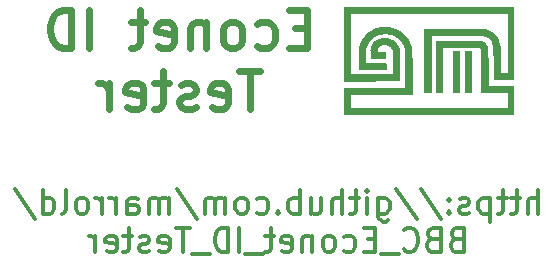
<source format=gbr>
%TF.GenerationSoftware,KiCad,Pcbnew,(6.0.11)*%
%TF.CreationDate,2024-01-05T14:59:19+00:00*%
%TF.ProjectId,EcoIDTesterCaseRear,45636f49-4454-4657-9374-657243617365,rev?*%
%TF.SameCoordinates,Original*%
%TF.FileFunction,Legend,Bot*%
%TF.FilePolarity,Positive*%
%FSLAX46Y46*%
G04 Gerber Fmt 4.6, Leading zero omitted, Abs format (unit mm)*
G04 Created by KiCad (PCBNEW (6.0.11)) date 2024-01-05 14:59:19*
%MOMM*%
%LPD*%
G01*
G04 APERTURE LIST*
%ADD10C,0.300000*%
%ADD11C,0.000000*%
%ADD12C,0.600000*%
G04 APERTURE END LIST*
D10*
X166205000Y-111724761D02*
X166205000Y-109724761D01*
X165347857Y-111724761D02*
X165347857Y-110677142D01*
X165443095Y-110486666D01*
X165633571Y-110391428D01*
X165919285Y-110391428D01*
X166109761Y-110486666D01*
X166205000Y-110581904D01*
X164681190Y-110391428D02*
X163919285Y-110391428D01*
X164395476Y-109724761D02*
X164395476Y-111439047D01*
X164300238Y-111629523D01*
X164109761Y-111724761D01*
X163919285Y-111724761D01*
X163538333Y-110391428D02*
X162776428Y-110391428D01*
X163252619Y-109724761D02*
X163252619Y-111439047D01*
X163157380Y-111629523D01*
X162966904Y-111724761D01*
X162776428Y-111724761D01*
X162109761Y-110391428D02*
X162109761Y-112391428D01*
X162109761Y-110486666D02*
X161919285Y-110391428D01*
X161538333Y-110391428D01*
X161347857Y-110486666D01*
X161252619Y-110581904D01*
X161157380Y-110772380D01*
X161157380Y-111343809D01*
X161252619Y-111534285D01*
X161347857Y-111629523D01*
X161538333Y-111724761D01*
X161919285Y-111724761D01*
X162109761Y-111629523D01*
X160395476Y-111629523D02*
X160205000Y-111724761D01*
X159824047Y-111724761D01*
X159633571Y-111629523D01*
X159538333Y-111439047D01*
X159538333Y-111343809D01*
X159633571Y-111153333D01*
X159824047Y-111058095D01*
X160109761Y-111058095D01*
X160300238Y-110962857D01*
X160395476Y-110772380D01*
X160395476Y-110677142D01*
X160300238Y-110486666D01*
X160109761Y-110391428D01*
X159824047Y-110391428D01*
X159633571Y-110486666D01*
X158681190Y-111534285D02*
X158585952Y-111629523D01*
X158681190Y-111724761D01*
X158776428Y-111629523D01*
X158681190Y-111534285D01*
X158681190Y-111724761D01*
X158681190Y-110486666D02*
X158585952Y-110581904D01*
X158681190Y-110677142D01*
X158776428Y-110581904D01*
X158681190Y-110486666D01*
X158681190Y-110677142D01*
X156300238Y-109629523D02*
X158014523Y-112200952D01*
X154205000Y-109629523D02*
X155919285Y-112200952D01*
X152681190Y-110391428D02*
X152681190Y-112010476D01*
X152776428Y-112200952D01*
X152871666Y-112296190D01*
X153062142Y-112391428D01*
X153347857Y-112391428D01*
X153538333Y-112296190D01*
X152681190Y-111629523D02*
X152871666Y-111724761D01*
X153252619Y-111724761D01*
X153443095Y-111629523D01*
X153538333Y-111534285D01*
X153633571Y-111343809D01*
X153633571Y-110772380D01*
X153538333Y-110581904D01*
X153443095Y-110486666D01*
X153252619Y-110391428D01*
X152871666Y-110391428D01*
X152681190Y-110486666D01*
X151728809Y-111724761D02*
X151728809Y-110391428D01*
X151728809Y-109724761D02*
X151824047Y-109820000D01*
X151728809Y-109915238D01*
X151633571Y-109820000D01*
X151728809Y-109724761D01*
X151728809Y-109915238D01*
X151062142Y-110391428D02*
X150300238Y-110391428D01*
X150776428Y-109724761D02*
X150776428Y-111439047D01*
X150681190Y-111629523D01*
X150490714Y-111724761D01*
X150300238Y-111724761D01*
X149633571Y-111724761D02*
X149633571Y-109724761D01*
X148776428Y-111724761D02*
X148776428Y-110677142D01*
X148871666Y-110486666D01*
X149062142Y-110391428D01*
X149347857Y-110391428D01*
X149538333Y-110486666D01*
X149633571Y-110581904D01*
X146966904Y-110391428D02*
X146966904Y-111724761D01*
X147824047Y-110391428D02*
X147824047Y-111439047D01*
X147728809Y-111629523D01*
X147538333Y-111724761D01*
X147252619Y-111724761D01*
X147062142Y-111629523D01*
X146966904Y-111534285D01*
X146014523Y-111724761D02*
X146014523Y-109724761D01*
X146014523Y-110486666D02*
X145824047Y-110391428D01*
X145443095Y-110391428D01*
X145252619Y-110486666D01*
X145157380Y-110581904D01*
X145062142Y-110772380D01*
X145062142Y-111343809D01*
X145157380Y-111534285D01*
X145252619Y-111629523D01*
X145443095Y-111724761D01*
X145824047Y-111724761D01*
X146014523Y-111629523D01*
X144205000Y-111534285D02*
X144109761Y-111629523D01*
X144205000Y-111724761D01*
X144300238Y-111629523D01*
X144205000Y-111534285D01*
X144205000Y-111724761D01*
X142395476Y-111629523D02*
X142585952Y-111724761D01*
X142966904Y-111724761D01*
X143157380Y-111629523D01*
X143252619Y-111534285D01*
X143347857Y-111343809D01*
X143347857Y-110772380D01*
X143252619Y-110581904D01*
X143157380Y-110486666D01*
X142966904Y-110391428D01*
X142585952Y-110391428D01*
X142395476Y-110486666D01*
X141252619Y-111724761D02*
X141443095Y-111629523D01*
X141538333Y-111534285D01*
X141633571Y-111343809D01*
X141633571Y-110772380D01*
X141538333Y-110581904D01*
X141443095Y-110486666D01*
X141252619Y-110391428D01*
X140966904Y-110391428D01*
X140776428Y-110486666D01*
X140681190Y-110581904D01*
X140585952Y-110772380D01*
X140585952Y-111343809D01*
X140681190Y-111534285D01*
X140776428Y-111629523D01*
X140966904Y-111724761D01*
X141252619Y-111724761D01*
X139728809Y-111724761D02*
X139728809Y-110391428D01*
X139728809Y-110581904D02*
X139633571Y-110486666D01*
X139443095Y-110391428D01*
X139157380Y-110391428D01*
X138966904Y-110486666D01*
X138871666Y-110677142D01*
X138871666Y-111724761D01*
X138871666Y-110677142D02*
X138776428Y-110486666D01*
X138585952Y-110391428D01*
X138300238Y-110391428D01*
X138109761Y-110486666D01*
X138014523Y-110677142D01*
X138014523Y-111724761D01*
X135633571Y-109629523D02*
X137347857Y-112200952D01*
X134966904Y-111724761D02*
X134966904Y-110391428D01*
X134966904Y-110581904D02*
X134871666Y-110486666D01*
X134681190Y-110391428D01*
X134395476Y-110391428D01*
X134205000Y-110486666D01*
X134109761Y-110677142D01*
X134109761Y-111724761D01*
X134109761Y-110677142D02*
X134014523Y-110486666D01*
X133824047Y-110391428D01*
X133538333Y-110391428D01*
X133347857Y-110486666D01*
X133252619Y-110677142D01*
X133252619Y-111724761D01*
X131443095Y-111724761D02*
X131443095Y-110677142D01*
X131538333Y-110486666D01*
X131728809Y-110391428D01*
X132109761Y-110391428D01*
X132300238Y-110486666D01*
X131443095Y-111629523D02*
X131633571Y-111724761D01*
X132109761Y-111724761D01*
X132300238Y-111629523D01*
X132395476Y-111439047D01*
X132395476Y-111248571D01*
X132300238Y-111058095D01*
X132109761Y-110962857D01*
X131633571Y-110962857D01*
X131443095Y-110867619D01*
X130490714Y-111724761D02*
X130490714Y-110391428D01*
X130490714Y-110772380D02*
X130395476Y-110581904D01*
X130300238Y-110486666D01*
X130109761Y-110391428D01*
X129919285Y-110391428D01*
X129252619Y-111724761D02*
X129252619Y-110391428D01*
X129252619Y-110772380D02*
X129157380Y-110581904D01*
X129062142Y-110486666D01*
X128871666Y-110391428D01*
X128681190Y-110391428D01*
X127728809Y-111724761D02*
X127919285Y-111629523D01*
X128014523Y-111534285D01*
X128109761Y-111343809D01*
X128109761Y-110772380D01*
X128014523Y-110581904D01*
X127919285Y-110486666D01*
X127728809Y-110391428D01*
X127443095Y-110391428D01*
X127252619Y-110486666D01*
X127157380Y-110581904D01*
X127062142Y-110772380D01*
X127062142Y-111343809D01*
X127157380Y-111534285D01*
X127252619Y-111629523D01*
X127443095Y-111724761D01*
X127728809Y-111724761D01*
X125919285Y-111724761D02*
X126109761Y-111629523D01*
X126205000Y-111439047D01*
X126205000Y-109724761D01*
X124300238Y-111724761D02*
X124300238Y-109724761D01*
X124300238Y-111629523D02*
X124490714Y-111724761D01*
X124871666Y-111724761D01*
X125062142Y-111629523D01*
X125157380Y-111534285D01*
X125252619Y-111343809D01*
X125252619Y-110772380D01*
X125157380Y-110581904D01*
X125062142Y-110486666D01*
X124871666Y-110391428D01*
X124490714Y-110391428D01*
X124300238Y-110486666D01*
X121919285Y-109629523D02*
X123633571Y-112200952D01*
X159300238Y-113897142D02*
X159014523Y-113992380D01*
X158919285Y-114087619D01*
X158824047Y-114278095D01*
X158824047Y-114563809D01*
X158919285Y-114754285D01*
X159014523Y-114849523D01*
X159205000Y-114944761D01*
X159966904Y-114944761D01*
X159966904Y-112944761D01*
X159300238Y-112944761D01*
X159109761Y-113040000D01*
X159014523Y-113135238D01*
X158919285Y-113325714D01*
X158919285Y-113516190D01*
X159014523Y-113706666D01*
X159109761Y-113801904D01*
X159300238Y-113897142D01*
X159966904Y-113897142D01*
X157300238Y-113897142D02*
X157014523Y-113992380D01*
X156919285Y-114087619D01*
X156824047Y-114278095D01*
X156824047Y-114563809D01*
X156919285Y-114754285D01*
X157014523Y-114849523D01*
X157205000Y-114944761D01*
X157966904Y-114944761D01*
X157966904Y-112944761D01*
X157300238Y-112944761D01*
X157109761Y-113040000D01*
X157014523Y-113135238D01*
X156919285Y-113325714D01*
X156919285Y-113516190D01*
X157014523Y-113706666D01*
X157109761Y-113801904D01*
X157300238Y-113897142D01*
X157966904Y-113897142D01*
X154824047Y-114754285D02*
X154919285Y-114849523D01*
X155205000Y-114944761D01*
X155395476Y-114944761D01*
X155681190Y-114849523D01*
X155871666Y-114659047D01*
X155966904Y-114468571D01*
X156062142Y-114087619D01*
X156062142Y-113801904D01*
X155966904Y-113420952D01*
X155871666Y-113230476D01*
X155681190Y-113040000D01*
X155395476Y-112944761D01*
X155205000Y-112944761D01*
X154919285Y-113040000D01*
X154824047Y-113135238D01*
X154443095Y-115135238D02*
X152919285Y-115135238D01*
X152443095Y-113897142D02*
X151776428Y-113897142D01*
X151490714Y-114944761D02*
X152443095Y-114944761D01*
X152443095Y-112944761D01*
X151490714Y-112944761D01*
X149776428Y-114849523D02*
X149966904Y-114944761D01*
X150347857Y-114944761D01*
X150538333Y-114849523D01*
X150633571Y-114754285D01*
X150728809Y-114563809D01*
X150728809Y-113992380D01*
X150633571Y-113801904D01*
X150538333Y-113706666D01*
X150347857Y-113611428D01*
X149966904Y-113611428D01*
X149776428Y-113706666D01*
X148633571Y-114944761D02*
X148824047Y-114849523D01*
X148919285Y-114754285D01*
X149014523Y-114563809D01*
X149014523Y-113992380D01*
X148919285Y-113801904D01*
X148824047Y-113706666D01*
X148633571Y-113611428D01*
X148347857Y-113611428D01*
X148157380Y-113706666D01*
X148062142Y-113801904D01*
X147966904Y-113992380D01*
X147966904Y-114563809D01*
X148062142Y-114754285D01*
X148157380Y-114849523D01*
X148347857Y-114944761D01*
X148633571Y-114944761D01*
X147109761Y-113611428D02*
X147109761Y-114944761D01*
X147109761Y-113801904D02*
X147014523Y-113706666D01*
X146824047Y-113611428D01*
X146538333Y-113611428D01*
X146347857Y-113706666D01*
X146252619Y-113897142D01*
X146252619Y-114944761D01*
X144538333Y-114849523D02*
X144728809Y-114944761D01*
X145109761Y-114944761D01*
X145300238Y-114849523D01*
X145395476Y-114659047D01*
X145395476Y-113897142D01*
X145300238Y-113706666D01*
X145109761Y-113611428D01*
X144728809Y-113611428D01*
X144538333Y-113706666D01*
X144443095Y-113897142D01*
X144443095Y-114087619D01*
X145395476Y-114278095D01*
X143871666Y-113611428D02*
X143109761Y-113611428D01*
X143585952Y-112944761D02*
X143585952Y-114659047D01*
X143490714Y-114849523D01*
X143300238Y-114944761D01*
X143109761Y-114944761D01*
X142919285Y-115135238D02*
X141395476Y-115135238D01*
X140919285Y-114944761D02*
X140919285Y-112944761D01*
X139966904Y-114944761D02*
X139966904Y-112944761D01*
X139490714Y-112944761D01*
X139205000Y-113040000D01*
X139014523Y-113230476D01*
X138919285Y-113420952D01*
X138824047Y-113801904D01*
X138824047Y-114087619D01*
X138919285Y-114468571D01*
X139014523Y-114659047D01*
X139205000Y-114849523D01*
X139490714Y-114944761D01*
X139966904Y-114944761D01*
X138443095Y-115135238D02*
X136919285Y-115135238D01*
X136728809Y-112944761D02*
X135585952Y-112944761D01*
X136157380Y-114944761D02*
X136157380Y-112944761D01*
X134157380Y-114849523D02*
X134347857Y-114944761D01*
X134728809Y-114944761D01*
X134919285Y-114849523D01*
X135014523Y-114659047D01*
X135014523Y-113897142D01*
X134919285Y-113706666D01*
X134728809Y-113611428D01*
X134347857Y-113611428D01*
X134157380Y-113706666D01*
X134062142Y-113897142D01*
X134062142Y-114087619D01*
X135014523Y-114278095D01*
X133300238Y-114849523D02*
X133109761Y-114944761D01*
X132728809Y-114944761D01*
X132538333Y-114849523D01*
X132443095Y-114659047D01*
X132443095Y-114563809D01*
X132538333Y-114373333D01*
X132728809Y-114278095D01*
X133014523Y-114278095D01*
X133205000Y-114182857D01*
X133300238Y-113992380D01*
X133300238Y-113897142D01*
X133205000Y-113706666D01*
X133014523Y-113611428D01*
X132728809Y-113611428D01*
X132538333Y-113706666D01*
X131871666Y-113611428D02*
X131109761Y-113611428D01*
X131585952Y-112944761D02*
X131585952Y-114659047D01*
X131490714Y-114849523D01*
X131300238Y-114944761D01*
X131109761Y-114944761D01*
X129681190Y-114849523D02*
X129871666Y-114944761D01*
X130252619Y-114944761D01*
X130443095Y-114849523D01*
X130538333Y-114659047D01*
X130538333Y-113897142D01*
X130443095Y-113706666D01*
X130252619Y-113611428D01*
X129871666Y-113611428D01*
X129681190Y-113706666D01*
X129585952Y-113897142D01*
X129585952Y-114087619D01*
X130538333Y-114278095D01*
X128728809Y-114944761D02*
X128728809Y-113611428D01*
X128728809Y-113992380D02*
X128633571Y-113801904D01*
X128538333Y-113706666D01*
X128347857Y-113611428D01*
X128157380Y-113611428D01*
D11*
G36*
X153298736Y-95908407D02*
G01*
X153376965Y-95911010D01*
X153454686Y-95915718D01*
X153531755Y-95922477D01*
X153608022Y-95931232D01*
X153683344Y-95941931D01*
X153757572Y-95954518D01*
X153830561Y-95968941D01*
X153902163Y-95985145D01*
X153971983Y-96004571D01*
X154041430Y-96026205D01*
X154110307Y-96050096D01*
X154178417Y-96076289D01*
X154245563Y-96104832D01*
X154311546Y-96135772D01*
X154376170Y-96169155D01*
X154407911Y-96186778D01*
X154439237Y-96205029D01*
X154476508Y-96224182D01*
X154512894Y-96244562D01*
X154548466Y-96266070D01*
X154583295Y-96288608D01*
X154617453Y-96312077D01*
X154651010Y-96336379D01*
X154684037Y-96361415D01*
X154716604Y-96387088D01*
X154780646Y-96439947D01*
X154843702Y-96494170D01*
X154969127Y-96603558D01*
X155011359Y-96650268D01*
X155052349Y-96698438D01*
X155092171Y-96747851D01*
X155130899Y-96798287D01*
X155168607Y-96849530D01*
X155205368Y-96901360D01*
X155241255Y-96953559D01*
X155276343Y-97005911D01*
X155304746Y-97057677D01*
X155331749Y-97110090D01*
X155357380Y-97163119D01*
X155381666Y-97216730D01*
X155404634Y-97270889D01*
X155426310Y-97325564D01*
X155446721Y-97380721D01*
X155465894Y-97436328D01*
X155483856Y-97492352D01*
X155500634Y-97548759D01*
X155516253Y-97605516D01*
X155530742Y-97662591D01*
X155556435Y-97777560D01*
X155577926Y-97893402D01*
X155588185Y-99200562D01*
X155594050Y-100508178D01*
X155596375Y-101005044D01*
X155597098Y-101157907D01*
X155595307Y-101190207D01*
X155594765Y-101222733D01*
X155596262Y-101288252D01*
X155599251Y-101354041D01*
X155601393Y-101419678D01*
X155601416Y-101452307D01*
X155600350Y-101484739D01*
X155597903Y-101516921D01*
X155593783Y-101548801D01*
X155587698Y-101580326D01*
X155579354Y-101611443D01*
X155568460Y-101642099D01*
X155561966Y-101657237D01*
X155554724Y-101672241D01*
X150332718Y-101683868D01*
X150332718Y-102765765D01*
X163648287Y-102765765D01*
X163648287Y-101484552D01*
X161438034Y-101499383D01*
X161412558Y-101473959D01*
X161387081Y-101448483D01*
X161386719Y-100941329D01*
X161386410Y-100458361D01*
X161385893Y-99666162D01*
X161384652Y-97883844D01*
X161380789Y-97842320D01*
X161379743Y-97833244D01*
X161378482Y-97824506D01*
X161376914Y-97816012D01*
X161374949Y-97807672D01*
X161372495Y-97799392D01*
X161369461Y-97791080D01*
X161365756Y-97782645D01*
X161361287Y-97773993D01*
X161355965Y-97765032D01*
X161349696Y-97755670D01*
X161342391Y-97745816D01*
X161333958Y-97735375D01*
X158188362Y-97735375D01*
X158182936Y-99621511D01*
X158180455Y-100485955D01*
X158179060Y-100976623D01*
X158177510Y-101507650D01*
X158151051Y-101524392D01*
X158124592Y-101541137D01*
X157868484Y-101541448D01*
X157612376Y-101541809D01*
X157586848Y-101516384D01*
X157561371Y-101490908D01*
X157561371Y-97176907D01*
X157574239Y-97143368D01*
X157587158Y-97109832D01*
X159524301Y-97110763D01*
X161461444Y-97111691D01*
X161540973Y-97140011D01*
X161620452Y-97168276D01*
X161671612Y-97201715D01*
X161676730Y-97204369D01*
X161681715Y-97207150D01*
X161691309Y-97213074D01*
X161700437Y-97219448D01*
X161709144Y-97226236D01*
X161717473Y-97233398D01*
X161725467Y-97240899D01*
X161733171Y-97248699D01*
X161740628Y-97256762D01*
X161747883Y-97265050D01*
X161754979Y-97273525D01*
X161768869Y-97290887D01*
X161782649Y-97308546D01*
X161796669Y-97326202D01*
X161870617Y-97417254D01*
X161903226Y-97481491D01*
X161935885Y-97545724D01*
X161972575Y-97672381D01*
X162009317Y-97798989D01*
X162018981Y-99341735D01*
X162025957Y-100452883D01*
X162028644Y-100884432D01*
X164190476Y-100910479D01*
X164190476Y-103342785D01*
X149790477Y-103342785D01*
X149790477Y-101068917D01*
X154947939Y-101046853D01*
X154948094Y-101012179D01*
X154950265Y-100513708D01*
X154960962Y-98066259D01*
X154951378Y-97980416D01*
X154938605Y-97894720D01*
X154922406Y-97809489D01*
X154912949Y-97767147D01*
X154902545Y-97725040D01*
X154891168Y-97683209D01*
X154878786Y-97641693D01*
X154865370Y-97600532D01*
X154850890Y-97559766D01*
X154835318Y-97519434D01*
X154818623Y-97479576D01*
X154800777Y-97440233D01*
X154781748Y-97401443D01*
X154765801Y-97371160D01*
X154749013Y-97341510D01*
X154731430Y-97312460D01*
X154713095Y-97283974D01*
X154694054Y-97256021D01*
X154674352Y-97228566D01*
X154654033Y-97201574D01*
X154633142Y-97175014D01*
X154611725Y-97148850D01*
X154589825Y-97123049D01*
X154544758Y-97072400D01*
X154498301Y-97022799D01*
X154450812Y-96973974D01*
X154412874Y-96941588D01*
X154374136Y-96909939D01*
X154334609Y-96879112D01*
X154294301Y-96849195D01*
X154253225Y-96820274D01*
X154211390Y-96792436D01*
X154168807Y-96765768D01*
X154125486Y-96740356D01*
X154081437Y-96716288D01*
X154036671Y-96693649D01*
X153991199Y-96672528D01*
X153945029Y-96653009D01*
X153898174Y-96635181D01*
X153850642Y-96619130D01*
X153802445Y-96604943D01*
X153753593Y-96592706D01*
X153683042Y-96573089D01*
X153612335Y-96557254D01*
X153541550Y-96545019D01*
X153470763Y-96536204D01*
X153400051Y-96530628D01*
X153329491Y-96528110D01*
X153259160Y-96528471D01*
X153189133Y-96531529D01*
X153119489Y-96537103D01*
X153050303Y-96545013D01*
X152981652Y-96555079D01*
X152913613Y-96567119D01*
X152846263Y-96580953D01*
X152779679Y-96596400D01*
X152649113Y-96631411D01*
X152598153Y-96651426D01*
X152547404Y-96672981D01*
X152497101Y-96696126D01*
X152447482Y-96720906D01*
X152398781Y-96747371D01*
X152351236Y-96775567D01*
X152327971Y-96790329D01*
X152305084Y-96805542D01*
X152282603Y-96821212D01*
X152260559Y-96837344D01*
X152222895Y-96866047D01*
X152186325Y-96895938D01*
X152150848Y-96926972D01*
X152116459Y-96959108D01*
X152083159Y-96992303D01*
X152050943Y-97026514D01*
X152019810Y-97061698D01*
X151989758Y-97097814D01*
X151960784Y-97134818D01*
X151932887Y-97172668D01*
X151906063Y-97211320D01*
X151880312Y-97250733D01*
X151855629Y-97290864D01*
X151832014Y-97331670D01*
X151809464Y-97373108D01*
X151787977Y-97415136D01*
X151744763Y-97530680D01*
X151723414Y-97589008D01*
X151703385Y-97647809D01*
X151694134Y-97677411D01*
X151685535Y-97707159D01*
X151677697Y-97737064D01*
X151670726Y-97767135D01*
X151664730Y-97797381D01*
X151659817Y-97827812D01*
X151656094Y-97858437D01*
X151653670Y-97889266D01*
X151644764Y-97956439D01*
X151637592Y-98023678D01*
X151627829Y-98158332D01*
X151623140Y-98293181D01*
X151622283Y-98428178D01*
X151632329Y-98968685D01*
X153068002Y-98978091D01*
X153087105Y-98980584D01*
X153106716Y-98981684D01*
X153126725Y-98981690D01*
X153147026Y-98980898D01*
X153228975Y-98975678D01*
X153249108Y-98975344D01*
X153268881Y-98975991D01*
X153288188Y-98977917D01*
X153306919Y-98981418D01*
X153316035Y-98983852D01*
X153324967Y-98986790D01*
X153333701Y-98990271D01*
X153342223Y-98994331D01*
X153350521Y-98999007D01*
X153358579Y-99004337D01*
X153366386Y-99010357D01*
X153373927Y-99017105D01*
X153378492Y-99035010D01*
X153381987Y-99053417D01*
X153384533Y-99072270D01*
X153386250Y-99091510D01*
X153387256Y-99111084D01*
X153387673Y-99130934D01*
X153387217Y-99171239D01*
X153384497Y-99252694D01*
X153384151Y-99292946D01*
X153384652Y-99312756D01*
X153385760Y-99332281D01*
X153383704Y-99349409D01*
X153383035Y-99367187D01*
X153383410Y-99385454D01*
X153384490Y-99404050D01*
X153387390Y-99441589D01*
X153388527Y-99460211D01*
X153389000Y-99478523D01*
X153388466Y-99496363D01*
X153386584Y-99513571D01*
X153385031Y-99521888D01*
X153383012Y-99529987D01*
X153380486Y-99537849D01*
X153377408Y-99545452D01*
X153373737Y-99552777D01*
X153369430Y-99559804D01*
X153364444Y-99566514D01*
X153358736Y-99572885D01*
X153352263Y-99578898D01*
X153344984Y-99584533D01*
X153336854Y-99589770D01*
X153327832Y-99594589D01*
X151015930Y-99583636D01*
X151015930Y-97911901D01*
X151026098Y-97835233D01*
X151038760Y-97758729D01*
X151053817Y-97682494D01*
X151071170Y-97606634D01*
X151090720Y-97531253D01*
X151112366Y-97456458D01*
X151136011Y-97382354D01*
X151161555Y-97309045D01*
X151204654Y-97208226D01*
X151251213Y-97108408D01*
X151275941Y-97059105D01*
X151301717Y-97010330D01*
X151328602Y-96962174D01*
X151356655Y-96914731D01*
X151385938Y-96868093D01*
X151416512Y-96822353D01*
X151448438Y-96777602D01*
X151481776Y-96733933D01*
X151516587Y-96691440D01*
X151552933Y-96650213D01*
X151590873Y-96610347D01*
X151630469Y-96571933D01*
X151653660Y-96546312D01*
X151677291Y-96521223D01*
X151701358Y-96496661D01*
X151725860Y-96472623D01*
X151750794Y-96449108D01*
X151776157Y-96426112D01*
X151801949Y-96403633D01*
X151828165Y-96381667D01*
X151854804Y-96360212D01*
X151881864Y-96339265D01*
X151909342Y-96318824D01*
X151937236Y-96298885D01*
X151965543Y-96279446D01*
X151994262Y-96260504D01*
X152023389Y-96242056D01*
X152052923Y-96224099D01*
X152126566Y-96183870D01*
X152201009Y-96144797D01*
X152276390Y-96107508D01*
X152352850Y-96072635D01*
X152391528Y-96056301D01*
X152430528Y-96040808D01*
X152469867Y-96026233D01*
X152509563Y-96012656D01*
X152549634Y-96000156D01*
X152590096Y-95988811D01*
X152630967Y-95978701D01*
X152672265Y-95969903D01*
X152749268Y-95953700D01*
X152826937Y-95940039D01*
X152905126Y-95928867D01*
X152983689Y-95920128D01*
X153062478Y-95913768D01*
X153141346Y-95909731D01*
X153220148Y-95907962D01*
X153298736Y-95908407D01*
G37*
G36*
X164190476Y-100434280D02*
G01*
X163325204Y-100439342D01*
X162459936Y-100440069D01*
X162447843Y-99048837D01*
X162435234Y-97692999D01*
X162389397Y-97502160D01*
X162343509Y-97311267D01*
X162279533Y-97181094D01*
X162215558Y-97050817D01*
X162132669Y-96968081D01*
X162049780Y-96885400D01*
X161943171Y-96827523D01*
X161836563Y-96769645D01*
X161507797Y-96685723D01*
X157200050Y-96685723D01*
X157200050Y-101490908D01*
X157174522Y-101516384D01*
X157149045Y-101541809D01*
X156634658Y-101541809D01*
X156609181Y-101516384D01*
X156583705Y-101490908D01*
X156583705Y-96097180D01*
X156613264Y-96072688D01*
X156642824Y-96048243D01*
X159126547Y-96055064D01*
X161610220Y-96061886D01*
X161774603Y-96107981D01*
X161938986Y-96154075D01*
X162099751Y-96220843D01*
X162141074Y-96236986D01*
X162182080Y-96254952D01*
X162222663Y-96274620D01*
X162262721Y-96295865D01*
X162302149Y-96318565D01*
X162340845Y-96342596D01*
X162378704Y-96367836D01*
X162415623Y-96394162D01*
X162451497Y-96421450D01*
X162486224Y-96449578D01*
X162519700Y-96478423D01*
X162551820Y-96507861D01*
X162582482Y-96537769D01*
X162611581Y-96568025D01*
X162639014Y-96598505D01*
X162664678Y-96629086D01*
X162678363Y-96643154D01*
X162691358Y-96657518D01*
X162703711Y-96672167D01*
X162715473Y-96687090D01*
X162726691Y-96702277D01*
X162737416Y-96717716D01*
X162747697Y-96733395D01*
X162757583Y-96749305D01*
X162767124Y-96765434D01*
X162776369Y-96781771D01*
X162794169Y-96815024D01*
X162811377Y-96848977D01*
X162828389Y-96883541D01*
X162892519Y-97014385D01*
X162937478Y-97152258D01*
X162982540Y-97290078D01*
X163017525Y-97470327D01*
X163052509Y-97650573D01*
X163064653Y-98721466D01*
X163076745Y-99792355D01*
X163648287Y-99793957D01*
X163648287Y-94824234D01*
X150332718Y-94824234D01*
X150332718Y-99923202D01*
X153940713Y-99912606D01*
X153928674Y-98088687D01*
X153930602Y-98076743D01*
X153932005Y-98064914D01*
X153932902Y-98053195D01*
X153933314Y-98041582D01*
X153932770Y-98018654D01*
X153930537Y-97996095D01*
X153926783Y-97973867D01*
X153921674Y-97951935D01*
X153915376Y-97930262D01*
X153908056Y-97908813D01*
X153899880Y-97887551D01*
X153891014Y-97866439D01*
X153871880Y-97824523D01*
X153851984Y-97782775D01*
X153832658Y-97740905D01*
X153794884Y-97701687D01*
X153756129Y-97662575D01*
X153736251Y-97643394D01*
X153715971Y-97624642D01*
X153695235Y-97606453D01*
X153673991Y-97588962D01*
X153652186Y-97572301D01*
X153629768Y-97556606D01*
X153606685Y-97542011D01*
X153582884Y-97528649D01*
X153558313Y-97516655D01*
X153545721Y-97511213D01*
X153532918Y-97506163D01*
X153519895Y-97501522D01*
X153506648Y-97497307D01*
X153493168Y-97493535D01*
X153479449Y-97490222D01*
X153458364Y-97481958D01*
X153436085Y-97474695D01*
X153388360Y-97463113D01*
X153337095Y-97455361D01*
X153283113Y-97451326D01*
X153227234Y-97450891D01*
X153170281Y-97453942D01*
X153113076Y-97460365D01*
X153056440Y-97470044D01*
X153001194Y-97482865D01*
X152948161Y-97498713D01*
X152898163Y-97517472D01*
X152852020Y-97539030D01*
X152810555Y-97563270D01*
X152791833Y-97576360D01*
X152774589Y-97590077D01*
X152758925Y-97604408D01*
X152744944Y-97619338D01*
X152732749Y-97634852D01*
X152722442Y-97650936D01*
X152713708Y-97659854D01*
X152705803Y-97669026D01*
X152698691Y-97678441D01*
X152692331Y-97688087D01*
X152686686Y-97697952D01*
X152681716Y-97708024D01*
X152677384Y-97718291D01*
X152673650Y-97728742D01*
X152670476Y-97739365D01*
X152667823Y-97750147D01*
X152663926Y-97772144D01*
X152661650Y-97794638D01*
X152660687Y-97817535D01*
X152660726Y-97840739D01*
X152661459Y-97864156D01*
X152663770Y-97911252D01*
X152664730Y-97934740D01*
X152665147Y-97958063D01*
X152664712Y-97981125D01*
X152663116Y-98003833D01*
X153338684Y-98003833D01*
X153343133Y-98013609D01*
X153347113Y-98023473D01*
X153353755Y-98043444D01*
X153358801Y-98063710D01*
X153362436Y-98084237D01*
X153364850Y-98104989D01*
X153366230Y-98125932D01*
X153366764Y-98147032D01*
X153366640Y-98168254D01*
X153363325Y-98253660D01*
X153362731Y-98274968D01*
X153362607Y-98296189D01*
X153363142Y-98317289D01*
X153364522Y-98338232D01*
X153362297Y-98356166D01*
X153361497Y-98374690D01*
X153361789Y-98393665D01*
X153362839Y-98412954D01*
X153365885Y-98451925D01*
X153367215Y-98471331D01*
X153367973Y-98490501D01*
X153367826Y-98509297D01*
X153366442Y-98527581D01*
X153365182Y-98536488D01*
X153363487Y-98545216D01*
X153361317Y-98553747D01*
X153358630Y-98562065D01*
X153355384Y-98570151D01*
X153351537Y-98577989D01*
X153347048Y-98585561D01*
X153341875Y-98592851D01*
X153335977Y-98599840D01*
X153329313Y-98606513D01*
X153321839Y-98612851D01*
X153313516Y-98618838D01*
X152253686Y-98618838D01*
X152238218Y-98617321D01*
X152222028Y-98617004D01*
X152205317Y-98617551D01*
X152188289Y-98618627D01*
X152154088Y-98621017D01*
X152137319Y-98621659D01*
X152121041Y-98621484D01*
X152105455Y-98620155D01*
X152097985Y-98618953D01*
X152090763Y-98617337D01*
X152083816Y-98615264D01*
X152077169Y-98612693D01*
X152070846Y-98609581D01*
X152064873Y-98605886D01*
X152059275Y-98601567D01*
X152054077Y-98596581D01*
X152049305Y-98590886D01*
X152044985Y-98584441D01*
X152041140Y-98577203D01*
X152037797Y-98569130D01*
X152034981Y-98560180D01*
X152032716Y-98550311D01*
X152027718Y-98481045D01*
X152025095Y-98411185D01*
X152024245Y-98340880D01*
X152024567Y-98270281D01*
X152026318Y-98128807D01*
X152026544Y-98058233D01*
X152025534Y-97987969D01*
X152023799Y-97959205D01*
X152022772Y-97930530D01*
X152022454Y-97901946D01*
X152022845Y-97873451D01*
X152023944Y-97845048D01*
X152025752Y-97816735D01*
X152028269Y-97788512D01*
X152031495Y-97760380D01*
X152035430Y-97732338D01*
X152040074Y-97704387D01*
X152045428Y-97676528D01*
X152051492Y-97648758D01*
X152058265Y-97621080D01*
X152065747Y-97593493D01*
X152073940Y-97565997D01*
X152082843Y-97538592D01*
X152127874Y-97439635D01*
X152151507Y-97389992D01*
X152163985Y-97365517D01*
X152177051Y-97341420D01*
X152190814Y-97317813D01*
X152205383Y-97294806D01*
X152220867Y-97272509D01*
X152237377Y-97251034D01*
X152255020Y-97230492D01*
X152273908Y-97210992D01*
X152294148Y-97192646D01*
X152315851Y-97175564D01*
X152358261Y-97135592D01*
X152403058Y-97098492D01*
X152450075Y-97064215D01*
X152499142Y-97032713D01*
X152550092Y-97003937D01*
X152602755Y-96977838D01*
X152656962Y-96954368D01*
X152712547Y-96933477D01*
X152769339Y-96915117D01*
X152827170Y-96899239D01*
X152945277Y-96874735D01*
X153065520Y-96859574D01*
X153186549Y-96853367D01*
X153307017Y-96855724D01*
X153425575Y-96866254D01*
X153540876Y-96884567D01*
X153651571Y-96910275D01*
X153756312Y-96942985D01*
X153853751Y-96982309D01*
X153942539Y-97027857D01*
X153983268Y-97052843D01*
X154021329Y-97079238D01*
X154035553Y-97086689D01*
X154049433Y-97094533D01*
X154076209Y-97111340D01*
X154101763Y-97129531D01*
X154126199Y-97148982D01*
X154149619Y-97169567D01*
X154172130Y-97191159D01*
X154193836Y-97213634D01*
X154214840Y-97236864D01*
X154235247Y-97260725D01*
X154255161Y-97285090D01*
X154293930Y-97334831D01*
X154370145Y-97434826D01*
X154388831Y-97463309D01*
X154405954Y-97492408D01*
X154421639Y-97522074D01*
X154436009Y-97552258D01*
X154449190Y-97582911D01*
X154461306Y-97613985D01*
X154472481Y-97645429D01*
X154482839Y-97677194D01*
X154501602Y-97741495D01*
X154518590Y-97806495D01*
X154551220Y-97937017D01*
X154552559Y-98581564D01*
X154550100Y-99226581D01*
X154544088Y-100516757D01*
X153232848Y-100524861D01*
X151709326Y-100541558D01*
X150684566Y-100552312D01*
X149790477Y-100558044D01*
X149790477Y-94247216D01*
X164190476Y-94247216D01*
X164190476Y-100434280D01*
G37*
G36*
X160288698Y-97937429D02*
G01*
X160526307Y-97938052D01*
X160563514Y-97959701D01*
X160563514Y-97959753D01*
X160600669Y-97981304D01*
X160600669Y-101516024D01*
X160567080Y-101528939D01*
X160533438Y-101541757D01*
X160035329Y-101541757D01*
X160009801Y-101516333D01*
X159984324Y-101490908D01*
X159984324Y-98003472D01*
X160017708Y-97970141D01*
X160051091Y-97936810D01*
X160288698Y-97937429D01*
G37*
G36*
X159318731Y-97937429D02*
G01*
X159548588Y-97938052D01*
X159585795Y-97959753D01*
X159623002Y-97981304D01*
X159623002Y-101490908D01*
X159597474Y-101516333D01*
X159571998Y-101541757D01*
X159057663Y-101541757D01*
X159032135Y-101516333D01*
X159006659Y-101490908D01*
X159006659Y-97980734D01*
X159047741Y-97958773D01*
X159088823Y-97936810D01*
X159318731Y-97937429D01*
G37*
D12*
X146669524Y-95990428D02*
X145602857Y-95990428D01*
X145145715Y-97666619D02*
X146669524Y-97666619D01*
X146669524Y-94466619D01*
X145145715Y-94466619D01*
X142402857Y-97514238D02*
X142707619Y-97666619D01*
X143317143Y-97666619D01*
X143621905Y-97514238D01*
X143774286Y-97361857D01*
X143926667Y-97057095D01*
X143926667Y-96142809D01*
X143774286Y-95838047D01*
X143621905Y-95685666D01*
X143317143Y-95533285D01*
X142707619Y-95533285D01*
X142402857Y-95685666D01*
X140574286Y-97666619D02*
X140879048Y-97514238D01*
X141031429Y-97361857D01*
X141183810Y-97057095D01*
X141183810Y-96142809D01*
X141031429Y-95838047D01*
X140879048Y-95685666D01*
X140574286Y-95533285D01*
X140117143Y-95533285D01*
X139812381Y-95685666D01*
X139660000Y-95838047D01*
X139507619Y-96142809D01*
X139507619Y-97057095D01*
X139660000Y-97361857D01*
X139812381Y-97514238D01*
X140117143Y-97666619D01*
X140574286Y-97666619D01*
X138136191Y-95533285D02*
X138136191Y-97666619D01*
X138136191Y-95838047D02*
X137983810Y-95685666D01*
X137679048Y-95533285D01*
X137221905Y-95533285D01*
X136917143Y-95685666D01*
X136764762Y-95990428D01*
X136764762Y-97666619D01*
X134021905Y-97514238D02*
X134326667Y-97666619D01*
X134936191Y-97666619D01*
X135240953Y-97514238D01*
X135393334Y-97209476D01*
X135393334Y-95990428D01*
X135240953Y-95685666D01*
X134936191Y-95533285D01*
X134326667Y-95533285D01*
X134021905Y-95685666D01*
X133869524Y-95990428D01*
X133869524Y-96295190D01*
X135393334Y-96599952D01*
X132955238Y-95533285D02*
X131736191Y-95533285D01*
X132498096Y-94466619D02*
X132498096Y-97209476D01*
X132345715Y-97514238D01*
X132040953Y-97666619D01*
X131736191Y-97666619D01*
X128231429Y-97666619D02*
X128231429Y-94466619D01*
X126707619Y-97666619D02*
X126707619Y-94466619D01*
X125945715Y-94466619D01*
X125488572Y-94619000D01*
X125183810Y-94923761D01*
X125031429Y-95228523D01*
X124879048Y-95838047D01*
X124879048Y-96295190D01*
X125031429Y-96904714D01*
X125183810Y-97209476D01*
X125488572Y-97514238D01*
X125945715Y-97666619D01*
X126707619Y-97666619D01*
X142707619Y-99618619D02*
X140879048Y-99618619D01*
X141793334Y-102818619D02*
X141793334Y-99618619D01*
X138593334Y-102666238D02*
X138898096Y-102818619D01*
X139507619Y-102818619D01*
X139812381Y-102666238D01*
X139964762Y-102361476D01*
X139964762Y-101142428D01*
X139812381Y-100837666D01*
X139507619Y-100685285D01*
X138898096Y-100685285D01*
X138593334Y-100837666D01*
X138440953Y-101142428D01*
X138440953Y-101447190D01*
X139964762Y-101751952D01*
X137221905Y-102666238D02*
X136917143Y-102818619D01*
X136307619Y-102818619D01*
X136002857Y-102666238D01*
X135850477Y-102361476D01*
X135850477Y-102209095D01*
X136002857Y-101904333D01*
X136307619Y-101751952D01*
X136764762Y-101751952D01*
X137069524Y-101599571D01*
X137221905Y-101294809D01*
X137221905Y-101142428D01*
X137069524Y-100837666D01*
X136764762Y-100685285D01*
X136307619Y-100685285D01*
X136002857Y-100837666D01*
X134936191Y-100685285D02*
X133717143Y-100685285D01*
X134479048Y-99618619D02*
X134479048Y-102361476D01*
X134326667Y-102666238D01*
X134021905Y-102818619D01*
X133717143Y-102818619D01*
X131431429Y-102666238D02*
X131736191Y-102818619D01*
X132345715Y-102818619D01*
X132650477Y-102666238D01*
X132802857Y-102361476D01*
X132802857Y-101142428D01*
X132650477Y-100837666D01*
X132345715Y-100685285D01*
X131736191Y-100685285D01*
X131431429Y-100837666D01*
X131279048Y-101142428D01*
X131279048Y-101447190D01*
X132802857Y-101751952D01*
X129907619Y-102818619D02*
X129907619Y-100685285D01*
X129907619Y-101294809D02*
X129755238Y-100990047D01*
X129602857Y-100837666D01*
X129298096Y-100685285D01*
X128993334Y-100685285D01*
M02*

</source>
